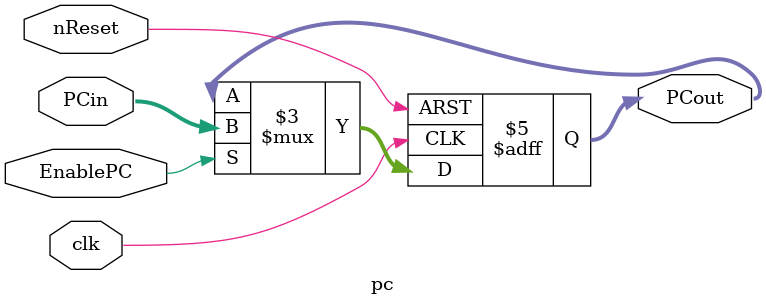
<source format=sv>
module pc #(parameter n = 32) // up to 64 instructions
(input logic clk, nReset,EnablePC,
 input logic [n-1: 0] PCin,
 output logic [n-1 : 0]PCout
);

always_ff @ ( posedge clk , negedge nReset) // async reset
  if (!nReset) // sync reset
     PCout <= 0;
  else 
  if (EnablePC)
  PCout <= PCin;
endmodule // module pc
</source>
